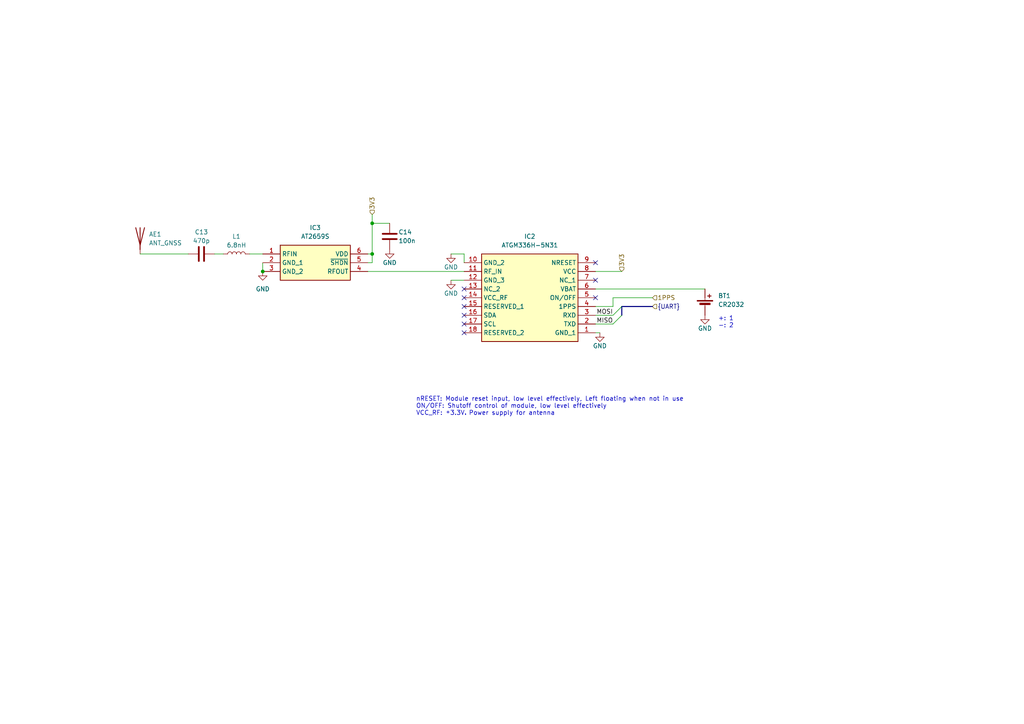
<source format=kicad_sch>
(kicad_sch (version 20230121) (generator eeschema)
  (paper "A4")
  (lib_symbols
    (symbol "Device:Antenna" (pin_numbers hide) (pin_names (offset 1.016) hide)
      (property "Reference" "AE" (at -1.905 1.905 0))
      (property "Value" "Antenna" (at -1.905 0 0))
      (symbol "Antenna_0_1"
        (polyline (pts (xy 0 2.54) (xy 0 -3.81)) (stroke (width 0.254)))
        (polyline (pts (xy 1.27 2.54) (xy 0 -2.54) (xy -1.27 2.54)) (stroke (width 0.254)))
      )
      (symbol "Antenna_1_1"
        (pin input line (at 0 -5.08 90) (length 2.54) (name "A") (number "1"))
      )
    )
    (symbol "Device:Battery_Cell" (pin_numbers hide) (pin_names (offset 0) hide)
      (property "Reference" "BT" (at 2.54 2.54 0))
      (property "Value" "Battery_Cell" (at 2.54 0 0))
      (symbol "Battery_Cell_0_1"
        (rectangle (start -2.286 1.778) (end 2.286 1.524) (fill (type outline)))
        (rectangle (start -1.524 1.016) (end 1.524 0.508) (fill (type outline)))
        (polyline (pts (xy 0 0.762) (xy 0 0)))
        (polyline (pts (xy 0 1.778) (xy 0 2.54)))
        (polyline (pts (xy 0.762 3.048) (xy 1.778 3.048)) (stroke (width 0.254)))
        (polyline (pts (xy 1.27 3.556) (xy 1.27 2.54)) (stroke (width 0.254)))
      )
      (symbol "Battery_Cell_1_1"
        (pin passive line (at 0 5.08 270) (length 2.54) (name "+") (number "1"))
        (pin passive line (at 0 -2.54 90) (length 2.54) (name "-") (number "2"))
      )
    )
    (symbol "Device:C" (pin_numbers hide) (pin_names (offset 0.254))
      (property "Reference" "C" (at 0.635 2.54 0))
      (property "Value" "C" (at 0.635 -2.54 0))
      (symbol "C_0_1"
        (polyline (pts (xy -2.032 -0.762) (xy 2.032 -0.762)) (stroke (width 0.508)))
        (polyline (pts (xy -2.032 0.762) (xy 2.032 0.762)) (stroke (width 0.508)))
      )
      (symbol "C_1_1"
        (pin passive line (at 0 3.81 270) (length 2.794) (name "~") (number "1"))
        (pin passive line (at 0 -3.81 90) (length 2.794) (name "~") (number "2"))
      )
    )
    (symbol "Device:L" (pin_numbers hide) (pin_names (offset 1.016) hide)
      (property "Reference" "L" (at -1.27 0 90))
      (property "Value" "L" (at 1.905 0 90))
      (symbol "L_0_1"
        (arc (start 0 -2.54) (mid 0.6323 -1.905) (end 0 -1.27))
        (arc (start 0 -1.27) (mid 0.6323 -0.635) (end 0 0))
        (arc (start 0 0) (mid 0.6323 0.635) (end 0 1.27))
        (arc (start 0 1.27) (mid 0.6323 1.905) (end 0 2.54))
      )
      (symbol "L_1_1"
        (pin passive line (at 0 3.81 270) (length 1.27) (name "1") (number "1"))
        (pin passive line (at 0 -3.81 90) (length 1.27) (name "2") (number "2"))
      )
    )
    (symbol "SamacSys_Parts:AT2659S"
      (property "Reference" "IC" (at 26.67 7.62 0))
      (property "Value" "AT2659S" (at 26.67 5.08 0))
      (symbol "AT2659S_1_1"
        (rectangle (start 5.08 2.54) (end 25.4 -7.62) (stroke (width 0.254)) (fill (type background)))
        (pin passive line (at 0 0 0) (length 5.08) (name "RFIN") (number "1"))
        (pin passive line (at 0 -2.54 0) (length 5.08) (name "GND_1") (number "2"))
        (pin passive line (at 0 -5.08 0) (length 5.08) (name "GND_2") (number "3"))
        (pin passive line (at 30.48 -5.08 180) (length 5.08) (name "RFOUT") (number "4"))
        (pin passive line (at 30.48 -2.54 180) (length 5.08) (name "~{SHDN}") (number "5"))
        (pin passive line (at 30.48 0 180) (length 5.08) (name "VDD") (number "6"))
      )
    )
    (symbol "SamacSys_Parts:ATGM336H-5N31"
      (property "Reference" "IC" (at 34.29 7.62 0))
      (property "Value" "ATGM336H-5N31" (at 34.29 5.08 0))
      (symbol "ATGM336H-5N31_1_1"
        (rectangle (start 5.08 2.54) (end 33.02 -22.86) (stroke (width 0.254)) (fill (type background)))
        (pin passive line (at 38.1 -20.32 180) (length 5.08) (name "GND_1") (number "1"))
        (pin passive line (at 0 0 0) (length 5.08) (name "GND_2") (number "10"))
        (pin passive line (at 0 -2.54 0) (length 5.08) (name "RF_IN") (number "11"))
        (pin passive line (at 0 -5.08 0) (length 5.08) (name "GND_3") (number "12"))
        (pin passive line (at 0 -7.62 0) (length 5.08) (name "NC_2") (number "13"))
        (pin passive line (at 0 -10.16 0) (length 5.08) (name "VCC_RF") (number "14"))
        (pin passive line (at 0 -12.7 0) (length 5.08) (name "RESERVED_1") (number "15"))
        (pin passive line (at 0 -15.24 0) (length 5.08) (name "SDA") (number "16"))
        (pin passive line (at 0 -17.78 0) (length 5.08) (name "SCL") (number "17"))
        (pin passive line (at 0 -20.32 0) (length 5.08) (name "RESERVED_2") (number "18"))
        (pin passive line (at 38.1 -17.78 180) (length 5.08) (name "TXD") (number "2"))
        (pin passive line (at 38.1 -15.24 180) (length 5.08) (name "RXD") (number "3"))
        (pin passive line (at 38.1 -12.7 180) (length 5.08) (name "1PPS") (number "4"))
        (pin passive line (at 38.1 -10.16 180) (length 5.08) (name "ON/OFF") (number "5"))
        (pin passive line (at 38.1 -7.62 180) (length 5.08) (name "VBAT") (number "6"))
        (pin passive line (at 38.1 -5.08 180) (length 5.08) (name "NC_1") (number "7"))
        (pin passive line (at 38.1 -2.54 180) (length 5.08) (name "VCC") (number "8"))
        (pin passive line (at 38.1 0 180) (length 5.08) (name "NRESET") (number "9"))
      )
    )
    (symbol "power:GND" (power) (pin_names (offset 0))
      (property "Value" "GND" (at 0 -3.81 0))
      (symbol "GND_0_1"
        (polyline (pts (xy 0 0) (xy 0 -1.27) (xy 1.27 -1.27) (xy 0 -2.54) (xy -1.27 -1.27) (xy 0 -1.27)))
      )
      (symbol "GND_1_1"
        (pin power_in line (at 0 0 270) (length 0) hide (name "GND") (number "1"))
      )
    )
  )
  (junction (at 107.95 73.66))
  (junction (at 107.95 64.77))
  (junction (at 76.2 78.74))
  (no_connect (at 172.72 76.2))
  (no_connect (at 172.72 81.28))
  (no_connect (at 134.62 83.82))
  (no_connect (at 134.62 91.44))
  (no_connect (at 172.72 86.36))
  (no_connect (at 134.62 86.36))
  (no_connect (at 134.62 96.52))
  (no_connect (at 134.62 88.9))
  (no_connect (at 134.62 93.98))
  (bus_entry (at 177.8 91.44) (size 2.54 -2.54))
  (bus_entry (at 177.8 93.98) (size 2.54 -2.54))
  (wire (pts (xy 107.95 62.23) (xy 107.95 64.77)))
  (wire (pts (xy 62.23 73.66) (xy 64.77 73.66)))
  (wire (pts (xy 172.72 93.98) (xy 177.8 93.98)))
  (wire (pts (xy 107.95 73.66) (xy 107.95 76.2)))
  (wire (pts (xy 177.8 88.9) (xy 177.8 86.36)))
  (wire (pts (xy 40.64 73.66) (xy 54.61 73.66)))
  (wire (pts (xy 72.39 73.66) (xy 76.2 73.66)))
  (wire (pts (xy 172.72 88.9) (xy 177.8 88.9)))
  (bus (pts (xy 180.34 88.9) (xy 189.23 88.9)))
  (wire (pts (xy 106.68 78.74) (xy 134.62 78.74)))
  (wire (pts (xy 173.99 96.52) (xy 172.72 96.52)))
  (wire (pts (xy 107.95 76.2) (xy 106.68 76.2)))
  (wire (pts (xy 130.81 81.28) (xy 134.62 81.28)))
  (wire (pts (xy 172.72 83.82) (xy 204.47 83.82)))
  (wire (pts (xy 134.62 76.2) (xy 134.62 73.66)))
  (wire (pts (xy 107.95 64.77) (xy 113.03 64.77)))
  (wire (pts (xy 107.95 73.66) (xy 106.68 73.66)))
  (wire (pts (xy 177.8 86.36) (xy 189.23 86.36)))
  (wire (pts (xy 134.62 73.66) (xy 130.81 73.66)))
  (wire (pts (xy 180.34 78.74) (xy 172.72 78.74)))
  (bus (pts (xy 180.34 91.44) (xy 180.34 88.9)))
  (wire (pts (xy 172.72 91.44) (xy 177.8 91.44)))
  (wire (pts (xy 107.95 64.77) (xy 107.95 73.66)))
  (wire (pts (xy 76.2 76.2) (xy 76.2 78.74)))
  (text "nRESET: Module reset input, low level effectively, Left floating when not in use\nON/OFF: Shutoff control of module, low level effectively\nVCC_RF: ＋3.3V，Power supply for antenna" (at 120.65 120.65 0) (effects (font (size 1.27 1.27)) (justify left bottom)))
  (text "+: 1\n-: 2" (at 208.28 95.25 0) (effects (font (size 1.27 1.27)) (justify left bottom)))
  (label "MISO" (at 177.8 93.98 180))
  (label "MOSI" (at 177.8 91.44 180))
  (hierarchical_label "3V3" (shape input) (at 180.34 78.74 90))
  (hierarchical_label "{UART}" (shape input) (at 189.23 88.9 0))
  (hierarchical_label "1PPS" (shape input) (at 189.23 86.36 0))
  (hierarchical_label "3V3" (shape input) (at 107.95 62.23 90))
  (symbol (lib_id "power:GND") (at 173.99 96.52 0) (unit 1)
    (property "Reference" "#PWR028" (effects hide))
    (property "Value" "GND" (at 173.99 100.33 0))
  )
  (symbol (lib_id "power:GND") (at 130.81 73.66 0) (unit 1)
    (property "Reference" "#PWR026" (effects hide))
    (property "Value" "GND" (at 130.81 77.47 0))
  )
  (symbol (lib_id "Device:C") (at 113.03 68.58 0) (unit 1)
    (property "Reference" "C14" (at 115.57 67.31 0) (effects (justify left)))
    (property "Value" "100n" (at 115.57 69.85 0) (effects (justify left)))
    (property "Footprint" "Capacitor_SMD:C_0402_1005Metric" (effects hide))
  )
  (symbol (lib_id "Device:Battery_Cell") (at 204.47 88.9 0) (unit 1)
    (property "Reference" "BT1" (at 208.28 85.7885 0) (effects (justify left)))
    (property "Value" "CR2032" (at 208.28 88.3285 0) (effects (justify left)))
    (property "Footprint" "Ikafly_lib:MY-2032-08-J-Fe" (effects hide))
    (property "LCSC" "C19184094" (effects hide))
  )
  (symbol (lib_id "power:GND") (at 76.2 78.74 0) (unit 1)
    (property "Reference" "#PWR024" (effects hide))
    (property "Value" "GND" (at 76.2 83.82 0))
  )
  (symbol (lib_id "power:GND") (at 130.81 81.28 0) (unit 1)
    (property "Reference" "#PWR027" (effects hide))
    (property "Value" "GND" (at 130.81 85.09 0))
  )
  (symbol (lib_id "SamacSys_Parts:ATGM336H-5N31") (at 134.62 76.2 0) (unit 1)
    (property "Reference" "IC2" (at 153.67 68.58 0))
    (property "Value" "ATGM336H-5N31" (at 153.67 71.12 0))
    (property "Footprint" "SamacSys_Parts:ATGM336H5N31" (effects hide))
    (property "Datasheet" "https://datasheet.lcsc.com/szlcsc/ZHONGKEWEI-ATGM336H-5N31_C90770.pdf" (effects hide))
    (property "Height" "2.6" (effects hide))
    (property "Manufacturer_Name" "ZHONGKEWEI" (effects hide))
    (property "Manufacturer_Part_Number" "ATGM336H-5N31" (effects hide))
  )
  (symbol (lib_id "power:GND") (at 113.03 72.39 0) (unit 1)
    (property "Reference" "#PWR025" (effects hide))
    (property "Value" "GND" (at 113.03 76.2 0))
  )
  (symbol (lib_id "SamacSys_Parts:AT2659S") (at 76.2 73.66 0) (unit 1)
    (property "Reference" "IC3" (at 91.44 66.04 0))
    (property "Value" "AT2659S" (at 91.44 68.58 0))
    (property "Footprint" "SamacSys_Parts:SOT95P280X125-6N" (effects hide))
    (property "Datasheet" "http://lanzhi-tech.com/filedownload/89817" (effects hide))
    (property "Height" "1.25" (effects hide))
    (property "Manufacturer_Name" "Hangzhou ZhongKe Microelectronics" (effects hide))
    (property "Manufacturer_Part_Number" "AT2659S" (effects hide))
  )
  (symbol (lib_id "Device:L") (at 68.58 73.66 90) (unit 1)
    (property "Reference" "L1" (at 68.58 68.58 90))
    (property "Value" "6.8nH" (at 68.58 71.12 90))
    (property "Footprint" "Inductor_SMD:L_0402_1005Metric" (effects hide))
    (property "Datasheet" "https://www.lcsc.com/datasheet/lcsc_datasheet_2302231208_FH--Guangdong-Fenghua-Advanced-Tech-VHF100505HQ6N8JT_C395075.pdf" (effects hide))
    (property "LCSC" "C395075" (effects hide))
    (property "Manufacturer_Name" "C395075" (effects hide))
  )
  (symbol (lib_id "power:GND") (at 204.47 91.44 0) (unit 1)
    (property "Reference" "#PWR029" (effects hide))
    (property "Value" "GND" (at 204.47 95.25 0))
  )
  (symbol (lib_id "Device:Antenna") (at 40.64 68.58 0) (unit 1)
    (property "Reference" "AE1" (at 43.18 67.945 0) (effects (justify left)))
    (property "Value" "ANT_GNSS" (at 43.18 70.485 0) (effects (justify left)))
    (property "Footprint" "Ikafly_lib:BWGNSCNX25-25W2" (effects hide))
  )
  (symbol (lib_id "Device:C") (at 58.42 73.66 90) (unit 1)
    (property "Reference" "C13" (at 58.42 67.31 90))
    (property "Value" "470p" (at 58.42 69.85 90))
    (property "Footprint" "Capacitor_SMD:C_0402_1005Metric" (effects hide))
  )
)
</source>
